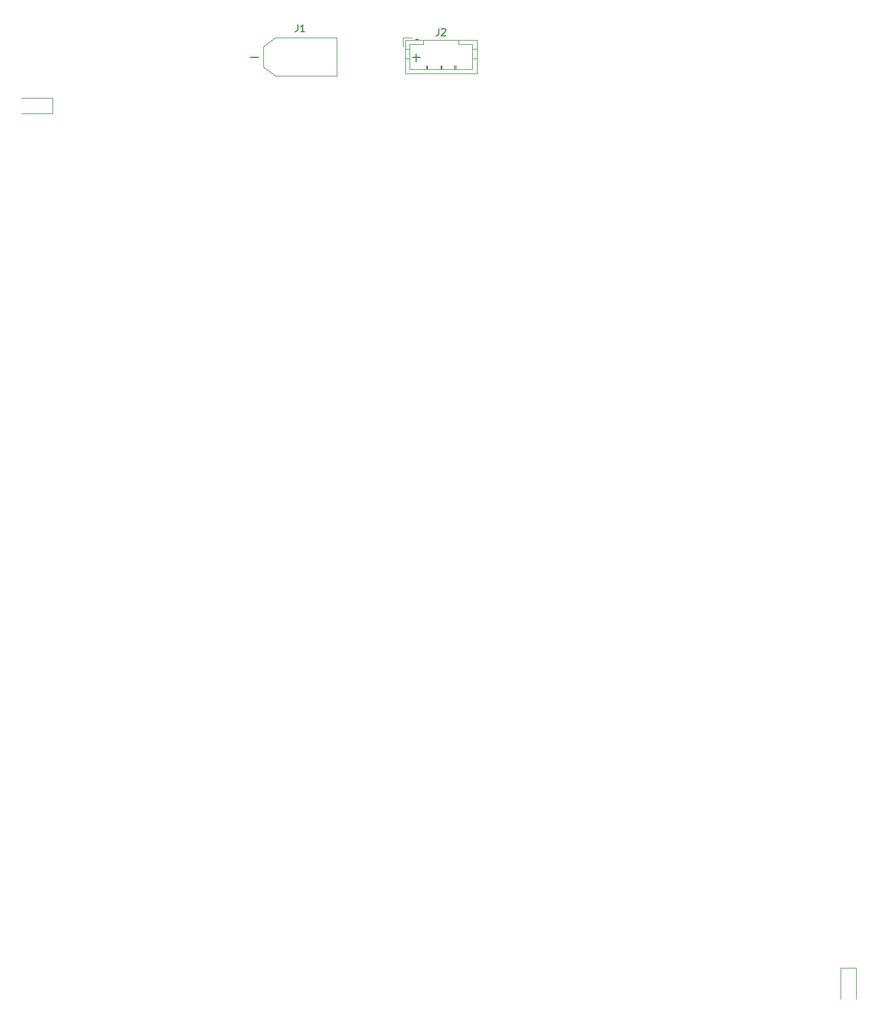
<source format=gbr>
%TF.GenerationSoftware,KiCad,Pcbnew,9.0.6-unknown-202512120022~866d92e1f6~ubuntu24.04.1*%
%TF.CreationDate,2026-01-16T23:30:06+02:00*%
%TF.ProjectId,TaltechPlate,54616c74-6563-4685-906c-6174652e6b69,rev?*%
%TF.SameCoordinates,Original*%
%TF.FileFunction,Legend,Top*%
%TF.FilePolarity,Positive*%
%FSLAX46Y46*%
G04 Gerber Fmt 4.6, Leading zero omitted, Abs format (unit mm)*
G04 Created by KiCad (PCBNEW 9.0.6-unknown-202512120022~866d92e1f6~ubuntu24.04.1) date 2026-01-16 23:30:06*
%MOMM*%
%LPD*%
G01*
G04 APERTURE LIST*
%ADD10C,0.150000*%
%ADD11C,0.120000*%
G04 APERTURE END LIST*
D10*
X108791666Y-35004819D02*
X108791666Y-35719104D01*
X108791666Y-35719104D02*
X108744047Y-35861961D01*
X108744047Y-35861961D02*
X108648809Y-35957200D01*
X108648809Y-35957200D02*
X108505952Y-36004819D01*
X108505952Y-36004819D02*
X108410714Y-36004819D01*
X109220238Y-35100057D02*
X109267857Y-35052438D01*
X109267857Y-35052438D02*
X109363095Y-35004819D01*
X109363095Y-35004819D02*
X109601190Y-35004819D01*
X109601190Y-35004819D02*
X109696428Y-35052438D01*
X109696428Y-35052438D02*
X109744047Y-35100057D01*
X109744047Y-35100057D02*
X109791666Y-35195295D01*
X109791666Y-35195295D02*
X109791666Y-35290533D01*
X109791666Y-35290533D02*
X109744047Y-35433390D01*
X109744047Y-35433390D02*
X109172619Y-36004819D01*
X109172619Y-36004819D02*
X109791666Y-36004819D01*
X88791666Y-34454819D02*
X88791666Y-35169104D01*
X88791666Y-35169104D02*
X88744047Y-35311961D01*
X88744047Y-35311961D02*
X88648809Y-35407200D01*
X88648809Y-35407200D02*
X88505952Y-35454819D01*
X88505952Y-35454819D02*
X88410714Y-35454819D01*
X89791666Y-35454819D02*
X89220238Y-35454819D01*
X89505952Y-35454819D02*
X89505952Y-34454819D01*
X89505952Y-34454819D02*
X89410714Y-34597676D01*
X89410714Y-34597676D02*
X89315476Y-34692914D01*
X89315476Y-34692914D02*
X89220238Y-34740533D01*
X82053571Y-39114700D02*
X83196429Y-39114700D01*
X105053571Y-39114700D02*
X106196429Y-39114700D01*
X105625000Y-39686128D02*
X105625000Y-38543271D01*
D11*
%TO.C,J2*%
X103765000Y-36340000D02*
X103765000Y-37590000D01*
X104065000Y-36640000D02*
X104065000Y-41360000D01*
X104065000Y-37950000D02*
X104675000Y-37950000D01*
X104065000Y-39250000D02*
X104675000Y-39250000D01*
X104065000Y-41360000D02*
X114185000Y-41360000D01*
X104675000Y-37250000D02*
X104675000Y-40750000D01*
X104675000Y-40750000D02*
X113575000Y-40750000D01*
X105015000Y-36340000D02*
X103765000Y-36340000D01*
X105525000Y-36440000D02*
X105525000Y-36640000D01*
X105825000Y-36440000D02*
X105525000Y-36440000D01*
X105825000Y-36540000D02*
X105525000Y-36540000D01*
X105825000Y-36640000D02*
X105825000Y-36440000D01*
X106625000Y-36640000D02*
X106625000Y-37250000D01*
X106625000Y-37250000D02*
X104675000Y-37250000D01*
X107025000Y-40250000D02*
X107225000Y-40250000D01*
X107025000Y-40750000D02*
X107025000Y-40250000D01*
X107125000Y-40750000D02*
X107125000Y-40250000D01*
X107225000Y-40250000D02*
X107225000Y-40750000D01*
X109025000Y-40250000D02*
X109225000Y-40250000D01*
X109025000Y-40750000D02*
X109025000Y-40250000D01*
X109125000Y-40750000D02*
X109125000Y-40250000D01*
X109225000Y-40250000D02*
X109225000Y-40750000D01*
X111025000Y-40250000D02*
X111225000Y-40250000D01*
X111025000Y-40750000D02*
X111025000Y-40250000D01*
X111125000Y-40750000D02*
X111125000Y-40250000D01*
X111225000Y-40250000D02*
X111225000Y-40750000D01*
X111625000Y-37250000D02*
X111625000Y-36640000D01*
X113575000Y-37250000D02*
X111625000Y-37250000D01*
X113575000Y-40750000D02*
X113575000Y-37250000D01*
X114185000Y-36640000D02*
X104065000Y-36640000D01*
X114185000Y-37950000D02*
X113575000Y-37950000D01*
X114185000Y-39250000D02*
X113575000Y-39250000D01*
X114185000Y-41360000D02*
X114185000Y-36640000D01*
%TO.C,TH1*%
X49600000Y-47085000D02*
X54010000Y-47085000D01*
X54010000Y-44865000D02*
X49600000Y-44865000D01*
X54010000Y-47085000D02*
X54010000Y-44865000D01*
%TO.C,TH2*%
X165765000Y-168240000D02*
X165765000Y-172650000D01*
X167985000Y-168240000D02*
X165765000Y-168240000D01*
X167985000Y-172650000D02*
X167985000Y-168240000D01*
%TO.C,J1*%
X83915000Y-37590000D02*
X83915000Y-40410000D01*
X83915000Y-37590000D02*
X85615000Y-36290000D01*
X83915000Y-40410000D02*
X85615000Y-41710000D01*
X85615000Y-36290000D02*
X94335000Y-36290000D01*
X85615000Y-41710000D02*
X94335000Y-41710000D01*
X94335000Y-36290000D02*
X94335000Y-41710000D01*
%TD*%
M02*

</source>
